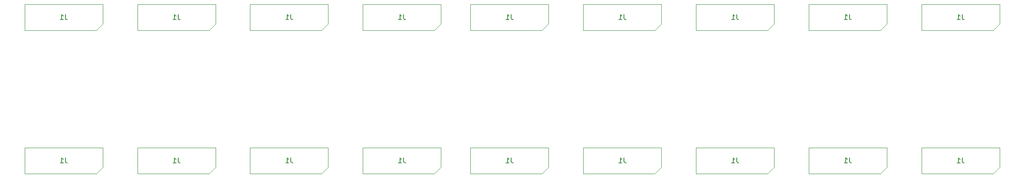
<source format=gbr>
%MOIN*%
%OFA0B0*%
%FSLAX46Y46*%
%IPPOS*%
%LPD*%
%ADD10C,0.0039370078740157488*%
%ADD11C,0.005905511811023622*%
%ADD22C,0.0039370078740157488*%
%ADD23C,0.0039370078740157488*%
%ADD24C,0.005905511811023622*%
%ADD25C,0.0039370078740157488*%
%ADD26C,0.0039370078740157488*%
%ADD27C,0.005905511811023622*%
%ADD28C,0.0039370078740157488*%
%ADD29C,0.0039370078740157488*%
%ADD30C,0.005905511811023622*%
%ADD31C,0.0039370078740157488*%
%ADD32C,0.0039370078740157488*%
%ADD33C,0.005905511811023622*%
%ADD34C,0.0039370078740157488*%
%ADD35C,0.0039370078740157488*%
%ADD36C,0.005905511811023622*%
%ADD37C,0.0039370078740157488*%
%ADD38C,0.0039370078740157488*%
%ADD39C,0.005905511811023622*%
%ADD40C,0.0039370078740157488*%
%ADD41C,0.0039370078740157488*%
%ADD42C,0.005905511811023622*%
%ADD43C,0.0039370078740157488*%
%ADD44C,0.0039370078740157488*%
%ADD45C,0.005905511811023622*%
%ADD46C,0.0039370078740157488*%
%ADD47C,0.0039370078740157488*%
%ADD48C,0.005905511811023622*%
%ADD49C,0.0039370078740157488*%
%ADD50C,0.0039370078740157488*%
%ADD51C,0.005905511811023622*%
%ADD52C,0.0039370078740157488*%
%ADD53C,0.0039370078740157488*%
%ADD54C,0.005905511811023622*%
%ADD55C,0.0039370078740157488*%
%ADD56C,0.0039370078740157488*%
%ADD57C,0.005905511811023622*%
%ADD58C,0.0039370078740157488*%
%ADD59C,0.0039370078740157488*%
%ADD60C,0.005905511811023622*%
%ADD61C,0.0039370078740157488*%
%ADD62C,0.0039370078740157488*%
%ADD63C,0.005905511811023622*%
%ADD64C,0.0039370078740157488*%
%ADD65C,0.0039370078740157488*%
%ADD66C,0.005905511811023622*%
%ADD67C,0.0039370078740157488*%
%ADD68C,0.0039370078740157488*%
%ADD69C,0.005905511811023622*%
%ADD70C,0.0039370078740157488*%
%ADD71C,0.0039370078740157488*%
%ADD72C,0.005905511811023622*%
%ADD73C,0.0039370078740157488*%
G01G01*
D10*
X0000764881Y0011343543D02*
X0000764881Y0011493543D01*
X0000764881Y0011493543D02*
X0000164881Y0011493543D01*
X0000164881Y0011493543D02*
X0000164881Y0011293543D01*
X0000164881Y0011293543D02*
X0000714881Y0011293543D01*
X0000714881Y0011293543D02*
X0000764881Y0011343543D01*
D11*
X0000478005Y0011415103D02*
X0000478005Y0011386981D01*
X0000479880Y0011381357D01*
X0000483629Y0011377607D01*
X0000489253Y0011375733D01*
X0000493003Y0011375733D01*
X0000438635Y0011375733D02*
X0000461132Y0011375733D01*
X0000449883Y0011375733D02*
X0000449883Y0011415103D01*
X0000453633Y0011409478D01*
X0000457382Y0011405729D01*
X0000461132Y0011403854D01*
G04 next file*
G04 Gerber Fmt 4.6, Leading zero omitted, Abs format (unit mm)*
G04 Created by KiCad (PCBNEW 4.0.7) date 10/04/17 14:34:26*
G01G01*
G04 APERTURE LIST*
G04 APERTURE END LIST*
D22*
G04 next file*
G04 Gerber Fmt 4.6, Leading zero omitted, Abs format (unit mm)*
G04 Created by KiCad (PCBNEW 4.0.7) date 10/04/17 14:34:26*
G01G01*
G04 APERTURE LIST*
G04 APERTURE END LIST*
D23*
X0001631023Y0011343543D02*
X0001631023Y0011493543D01*
X0001631023Y0011493543D02*
X0001031023Y0011493543D01*
X0001031023Y0011493543D02*
X0001031023Y0011293543D01*
X0001031023Y0011293543D02*
X0001581023Y0011293543D01*
X0001581023Y0011293543D02*
X0001631023Y0011343543D01*
D24*
X0001344146Y0011415103D02*
X0001344146Y0011386981D01*
X0001346021Y0011381357D01*
X0001349771Y0011377607D01*
X0001355395Y0011375733D01*
X0001359145Y0011375733D01*
X0001304776Y0011375733D02*
X0001327274Y0011375733D01*
X0001316025Y0011375733D02*
X0001316025Y0011415103D01*
X0001319775Y0011409478D01*
X0001323524Y0011405729D01*
X0001327274Y0011403854D01*
G04 next file*
G04 Gerber Fmt 4.6, Leading zero omitted, Abs format (unit mm)*
G04 Created by KiCad (PCBNEW 4.0.7) date 10/04/17 14:34:26*
G01G01*
G04 APERTURE LIST*
G04 APERTURE END LIST*
D25*
G04 next file*
G04 Gerber Fmt 4.6, Leading zero omitted, Abs format (unit mm)*
G04 Created by KiCad (PCBNEW 4.0.7) date 10/04/17 14:34:26*
G01G01*
G04 APERTURE LIST*
G04 APERTURE END LIST*
D26*
X0002497165Y0011343543D02*
X0002497165Y0011493543D01*
X0002497165Y0011493543D02*
X0001897165Y0011493543D01*
X0001897165Y0011493543D02*
X0001897165Y0011293543D01*
X0001897165Y0011293543D02*
X0002447165Y0011293543D01*
X0002447165Y0011293543D02*
X0002497165Y0011343543D01*
D27*
X0002210288Y0011415103D02*
X0002210288Y0011386981D01*
X0002212163Y0011381357D01*
X0002215913Y0011377607D01*
X0002221537Y0011375733D01*
X0002225286Y0011375733D01*
X0002170918Y0011375733D02*
X0002193415Y0011375733D01*
X0002182167Y0011375733D02*
X0002182167Y0011415103D01*
X0002185916Y0011409478D01*
X0002189666Y0011405729D01*
X0002193415Y0011403854D01*
G04 next file*
G04 Gerber Fmt 4.6, Leading zero omitted, Abs format (unit mm)*
G04 Created by KiCad (PCBNEW 4.0.7) date 10/04/17 14:34:26*
G01G01*
G04 APERTURE LIST*
G04 APERTURE END LIST*
D28*
G04 next file*
G04 Gerber Fmt 4.6, Leading zero omitted, Abs format (unit mm)*
G04 Created by KiCad (PCBNEW 4.0.7) date 10/04/17 14:34:26*
G01G01*
G04 APERTURE LIST*
G04 APERTURE END LIST*
D29*
X0003363307Y0011343543D02*
X0003363307Y0011493543D01*
X0003363307Y0011493543D02*
X0002763307Y0011493543D01*
X0002763307Y0011493543D02*
X0002763307Y0011293543D01*
X0002763307Y0011293543D02*
X0003313307Y0011293543D01*
X0003313307Y0011293543D02*
X0003363307Y0011343543D01*
D30*
X0003076430Y0011415103D02*
X0003076430Y0011386981D01*
X0003078305Y0011381357D01*
X0003082054Y0011377607D01*
X0003087679Y0011375733D01*
X0003091428Y0011375733D01*
X0003037060Y0011375733D02*
X0003059557Y0011375733D01*
X0003048308Y0011375733D02*
X0003048308Y0011415103D01*
X0003052058Y0011409478D01*
X0003055808Y0011405729D01*
X0003059557Y0011403854D01*
G04 next file*
G04 Gerber Fmt 4.6, Leading zero omitted, Abs format (unit mm)*
G04 Created by KiCad (PCBNEW 4.0.7) date 10/04/17 14:34:26*
G01G01*
G04 APERTURE LIST*
G04 APERTURE END LIST*
D31*
G04 next file*
G04 Gerber Fmt 4.6, Leading zero omitted, Abs format (unit mm)*
G04 Created by KiCad (PCBNEW 4.0.7) date 10/04/17 14:34:26*
G01G01*
G04 APERTURE LIST*
G04 APERTURE END LIST*
D32*
X0004190078Y0011343543D02*
X0004190078Y0011493543D01*
X0004190078Y0011493543D02*
X0003590078Y0011493543D01*
X0003590078Y0011493543D02*
X0003590078Y0011293543D01*
X0003590078Y0011293543D02*
X0004140078Y0011293543D01*
X0004140078Y0011293543D02*
X0004190078Y0011343543D01*
D33*
X0003903202Y0011415103D02*
X0003903202Y0011386981D01*
X0003905076Y0011381357D01*
X0003908826Y0011377607D01*
X0003914450Y0011375733D01*
X0003918200Y0011375733D01*
X0003863832Y0011375733D02*
X0003886329Y0011375733D01*
X0003875080Y0011375733D02*
X0003875080Y0011415103D01*
X0003878830Y0011409478D01*
X0003882579Y0011405729D01*
X0003886329Y0011403854D01*
G04 next file*
G04 Gerber Fmt 4.6, Leading zero omitted, Abs format (unit mm)*
G04 Created by KiCad (PCBNEW 4.0.7) date 10/04/17 14:34:26*
G01G01*
G04 APERTURE LIST*
G04 APERTURE END LIST*
D34*
G04 next file*
G04 Gerber Fmt 4.6, Leading zero omitted, Abs format (unit mm)*
G04 Created by KiCad (PCBNEW 4.0.7) date 10/04/17 14:34:26*
G01G01*
G04 APERTURE LIST*
G04 APERTURE END LIST*
D35*
X0005056220Y0011343543D02*
X0005056220Y0011493543D01*
X0005056220Y0011493543D02*
X0004456220Y0011493543D01*
X0004456220Y0011493543D02*
X0004456220Y0011293543D01*
X0004456220Y0011293543D02*
X0005006220Y0011293543D01*
X0005006220Y0011293543D02*
X0005056220Y0011343543D01*
D36*
X0004769343Y0011415103D02*
X0004769343Y0011386981D01*
X0004771218Y0011381357D01*
X0004774968Y0011377607D01*
X0004780592Y0011375733D01*
X0004784341Y0011375733D01*
X0004729973Y0011375733D02*
X0004752470Y0011375733D01*
X0004741222Y0011375733D02*
X0004741222Y0011415103D01*
X0004744971Y0011409478D01*
X0004748721Y0011405729D01*
X0004752470Y0011403854D01*
G04 next file*
G04 Gerber Fmt 4.6, Leading zero omitted, Abs format (unit mm)*
G04 Created by KiCad (PCBNEW 4.0.7) date 10/04/17 14:34:26*
G01G01*
G04 APERTURE LIST*
G04 APERTURE END LIST*
D37*
G04 next file*
G04 Gerber Fmt 4.6, Leading zero omitted, Abs format (unit mm)*
G04 Created by KiCad (PCBNEW 4.0.7) date 10/04/17 14:34:26*
G01G01*
G04 APERTURE LIST*
G04 APERTURE END LIST*
D38*
X0005922362Y0011343543D02*
X0005922362Y0011493543D01*
X0005922362Y0011493543D02*
X0005322362Y0011493543D01*
X0005322362Y0011493543D02*
X0005322362Y0011293543D01*
X0005322362Y0011293543D02*
X0005872362Y0011293543D01*
X0005872362Y0011293543D02*
X0005922362Y0011343543D01*
D39*
X0005635485Y0011415103D02*
X0005635485Y0011386981D01*
X0005637360Y0011381357D01*
X0005641109Y0011377607D01*
X0005646734Y0011375733D01*
X0005650483Y0011375733D01*
X0005596115Y0011375733D02*
X0005618612Y0011375733D01*
X0005607364Y0011375733D02*
X0005607364Y0011415103D01*
X0005611113Y0011409478D01*
X0005614863Y0011405729D01*
X0005618612Y0011403854D01*
G04 next file*
G04 Gerber Fmt 4.6, Leading zero omitted, Abs format (unit mm)*
G04 Created by KiCad (PCBNEW 4.0.7) date 10/04/17 14:34:26*
G01G01*
G04 APERTURE LIST*
G04 APERTURE END LIST*
D40*
G04 next file*
G04 Gerber Fmt 4.6, Leading zero omitted, Abs format (unit mm)*
G04 Created by KiCad (PCBNEW 4.0.7) date 10/04/17 14:34:26*
G01G01*
G04 APERTURE LIST*
G04 APERTURE END LIST*
D41*
X0006788503Y0011343543D02*
X0006788503Y0011493543D01*
X0006788503Y0011493543D02*
X0006188503Y0011493543D01*
X0006188503Y0011493543D02*
X0006188503Y0011293543D01*
X0006188503Y0011293543D02*
X0006738503Y0011293543D01*
X0006738503Y0011293543D02*
X0006788503Y0011343543D01*
D42*
X0006501627Y0011415103D02*
X0006501627Y0011386981D01*
X0006503502Y0011381357D01*
X0006507251Y0011377607D01*
X0006512875Y0011375733D01*
X0006516625Y0011375733D01*
X0006462257Y0011375733D02*
X0006484754Y0011375733D01*
X0006473505Y0011375733D02*
X0006473505Y0011415103D01*
X0006477255Y0011409478D01*
X0006481004Y0011405729D01*
X0006484754Y0011403854D01*
G04 next file*
G04 Gerber Fmt 4.6, Leading zero omitted, Abs format (unit mm)*
G04 Created by KiCad (PCBNEW 4.0.7) date 10/04/17 14:34:26*
G01G01*
G04 APERTURE LIST*
G04 APERTURE END LIST*
D43*
G04 next file*
G04 Gerber Fmt 4.6, Leading zero omitted, Abs format (unit mm)*
G04 Created by KiCad (PCBNEW 4.0.7) date 10/04/17 14:34:26*
G01G01*
G04 APERTURE LIST*
G04 APERTURE END LIST*
D44*
X0007654645Y0011343543D02*
X0007654645Y0011493543D01*
X0007654645Y0011493543D02*
X0007054645Y0011493543D01*
X0007054645Y0011493543D02*
X0007054645Y0011293543D01*
X0007054645Y0011293543D02*
X0007604645Y0011293543D01*
X0007604645Y0011293543D02*
X0007654645Y0011343543D01*
D45*
X0007367769Y0011415103D02*
X0007367769Y0011386981D01*
X0007369643Y0011381357D01*
X0007373393Y0011377607D01*
X0007379017Y0011375733D01*
X0007382767Y0011375733D01*
X0007328398Y0011375733D02*
X0007350896Y0011375733D01*
X0007339647Y0011375733D02*
X0007339647Y0011415103D01*
X0007343397Y0011409478D01*
X0007347146Y0011405729D01*
X0007350896Y0011403854D01*
G04 next file*
G04 Gerber Fmt 4.6, Leading zero omitted, Abs format (unit mm)*
G04 Created by KiCad (PCBNEW 4.0.7) date 10/04/17 14:34:26*
G01G01*
G04 APERTURE LIST*
G04 APERTURE END LIST*
D46*
G04 next file*
G04 Gerber Fmt 4.6, Leading zero omitted, Abs format (unit mm)*
G04 Created by KiCad (PCBNEW 4.0.7) date 10/04/17 14:34:26*
G01G01*
G04 APERTURE LIST*
G04 APERTURE END LIST*
D47*
X0000764881Y0010241181D02*
X0000764881Y0010391181D01*
X0000764881Y0010391181D02*
X0000164881Y0010391181D01*
X0000164881Y0010391181D02*
X0000164881Y0010191181D01*
X0000164881Y0010191181D02*
X0000714881Y0010191181D01*
X0000714881Y0010191181D02*
X0000764881Y0010241181D01*
D48*
X0000478005Y0010312740D02*
X0000478005Y0010284619D01*
X0000479880Y0010278995D01*
X0000483629Y0010275245D01*
X0000489253Y0010273370D01*
X0000493003Y0010273370D01*
X0000438635Y0010273370D02*
X0000461132Y0010273370D01*
X0000449883Y0010273370D02*
X0000449883Y0010312740D01*
X0000453633Y0010307116D01*
X0000457382Y0010303367D01*
X0000461132Y0010301492D01*
G04 next file*
G04 Gerber Fmt 4.6, Leading zero omitted, Abs format (unit mm)*
G04 Created by KiCad (PCBNEW 4.0.7) date 10/04/17 14:34:26*
G01G01*
G04 APERTURE LIST*
G04 APERTURE END LIST*
D49*
G04 next file*
G04 Gerber Fmt 4.6, Leading zero omitted, Abs format (unit mm)*
G04 Created by KiCad (PCBNEW 4.0.7) date 10/04/17 14:34:26*
G01G01*
G04 APERTURE LIST*
G04 APERTURE END LIST*
D50*
X0001631023Y0010241181D02*
X0001631023Y0010391181D01*
X0001631023Y0010391181D02*
X0001031023Y0010391181D01*
X0001031023Y0010391181D02*
X0001031023Y0010191181D01*
X0001031023Y0010191181D02*
X0001581023Y0010191181D01*
X0001581023Y0010191181D02*
X0001631023Y0010241181D01*
D51*
X0001344146Y0010312740D02*
X0001344146Y0010284619D01*
X0001346021Y0010278995D01*
X0001349771Y0010275245D01*
X0001355395Y0010273370D01*
X0001359145Y0010273370D01*
X0001304776Y0010273370D02*
X0001327274Y0010273370D01*
X0001316025Y0010273370D02*
X0001316025Y0010312740D01*
X0001319775Y0010307116D01*
X0001323524Y0010303367D01*
X0001327274Y0010301492D01*
G04 next file*
G04 Gerber Fmt 4.6, Leading zero omitted, Abs format (unit mm)*
G04 Created by KiCad (PCBNEW 4.0.7) date 10/04/17 14:34:26*
G01G01*
G04 APERTURE LIST*
G04 APERTURE END LIST*
D52*
G04 next file*
G04 Gerber Fmt 4.6, Leading zero omitted, Abs format (unit mm)*
G04 Created by KiCad (PCBNEW 4.0.7) date 10/04/17 14:34:26*
G01G01*
G04 APERTURE LIST*
G04 APERTURE END LIST*
D53*
X0002497165Y0010241181D02*
X0002497165Y0010391181D01*
X0002497165Y0010391181D02*
X0001897165Y0010391181D01*
X0001897165Y0010391181D02*
X0001897165Y0010191181D01*
X0001897165Y0010191181D02*
X0002447165Y0010191181D01*
X0002447165Y0010191181D02*
X0002497165Y0010241181D01*
D54*
X0002210288Y0010312740D02*
X0002210288Y0010284619D01*
X0002212163Y0010278995D01*
X0002215913Y0010275245D01*
X0002221537Y0010273370D01*
X0002225286Y0010273370D01*
X0002170918Y0010273370D02*
X0002193415Y0010273370D01*
X0002182167Y0010273370D02*
X0002182167Y0010312740D01*
X0002185916Y0010307116D01*
X0002189666Y0010303367D01*
X0002193415Y0010301492D01*
G04 next file*
G04 Gerber Fmt 4.6, Leading zero omitted, Abs format (unit mm)*
G04 Created by KiCad (PCBNEW 4.0.7) date 10/04/17 14:34:26*
G01G01*
G04 APERTURE LIST*
G04 APERTURE END LIST*
D55*
G04 next file*
G04 Gerber Fmt 4.6, Leading zero omitted, Abs format (unit mm)*
G04 Created by KiCad (PCBNEW 4.0.7) date 10/04/17 14:34:26*
G01G01*
G04 APERTURE LIST*
G04 APERTURE END LIST*
D56*
X0003363307Y0010241181D02*
X0003363307Y0010391181D01*
X0003363307Y0010391181D02*
X0002763307Y0010391181D01*
X0002763307Y0010391181D02*
X0002763307Y0010191181D01*
X0002763307Y0010191181D02*
X0003313307Y0010191181D01*
X0003313307Y0010191181D02*
X0003363307Y0010241181D01*
D57*
X0003076430Y0010312740D02*
X0003076430Y0010284619D01*
X0003078305Y0010278995D01*
X0003082054Y0010275245D01*
X0003087679Y0010273370D01*
X0003091428Y0010273370D01*
X0003037060Y0010273370D02*
X0003059557Y0010273370D01*
X0003048308Y0010273370D02*
X0003048308Y0010312740D01*
X0003052058Y0010307116D01*
X0003055808Y0010303367D01*
X0003059557Y0010301492D01*
G04 next file*
G04 Gerber Fmt 4.6, Leading zero omitted, Abs format (unit mm)*
G04 Created by KiCad (PCBNEW 4.0.7) date 10/04/17 14:34:26*
G01G01*
G04 APERTURE LIST*
G04 APERTURE END LIST*
D58*
G04 next file*
G04 Gerber Fmt 4.6, Leading zero omitted, Abs format (unit mm)*
G04 Created by KiCad (PCBNEW 4.0.7) date 10/04/17 14:34:26*
G01G01*
G04 APERTURE LIST*
G04 APERTURE END LIST*
D59*
X0004190078Y0010241181D02*
X0004190078Y0010391181D01*
X0004190078Y0010391181D02*
X0003590078Y0010391181D01*
X0003590078Y0010391181D02*
X0003590078Y0010191181D01*
X0003590078Y0010191181D02*
X0004140078Y0010191181D01*
X0004140078Y0010191181D02*
X0004190078Y0010241181D01*
D60*
X0003903202Y0010312740D02*
X0003903202Y0010284619D01*
X0003905076Y0010278995D01*
X0003908826Y0010275245D01*
X0003914450Y0010273370D01*
X0003918200Y0010273370D01*
X0003863832Y0010273370D02*
X0003886329Y0010273370D01*
X0003875080Y0010273370D02*
X0003875080Y0010312740D01*
X0003878830Y0010307116D01*
X0003882579Y0010303367D01*
X0003886329Y0010301492D01*
G04 next file*
G04 Gerber Fmt 4.6, Leading zero omitted, Abs format (unit mm)*
G04 Created by KiCad (PCBNEW 4.0.7) date 10/04/17 14:34:26*
G01G01*
G04 APERTURE LIST*
G04 APERTURE END LIST*
D61*
G04 next file*
G04 Gerber Fmt 4.6, Leading zero omitted, Abs format (unit mm)*
G04 Created by KiCad (PCBNEW 4.0.7) date 10/04/17 14:34:26*
G01G01*
G04 APERTURE LIST*
G04 APERTURE END LIST*
D62*
X0005056220Y0010241181D02*
X0005056220Y0010391181D01*
X0005056220Y0010391181D02*
X0004456220Y0010391181D01*
X0004456220Y0010391181D02*
X0004456220Y0010191181D01*
X0004456220Y0010191181D02*
X0005006220Y0010191181D01*
X0005006220Y0010191181D02*
X0005056220Y0010241181D01*
D63*
X0004769343Y0010312740D02*
X0004769343Y0010284619D01*
X0004771218Y0010278995D01*
X0004774968Y0010275245D01*
X0004780592Y0010273370D01*
X0004784341Y0010273370D01*
X0004729973Y0010273370D02*
X0004752470Y0010273370D01*
X0004741222Y0010273370D02*
X0004741222Y0010312740D01*
X0004744971Y0010307116D01*
X0004748721Y0010303367D01*
X0004752470Y0010301492D01*
G04 next file*
G04 Gerber Fmt 4.6, Leading zero omitted, Abs format (unit mm)*
G04 Created by KiCad (PCBNEW 4.0.7) date 10/04/17 14:34:26*
G01G01*
G04 APERTURE LIST*
G04 APERTURE END LIST*
D64*
G04 next file*
G04 Gerber Fmt 4.6, Leading zero omitted, Abs format (unit mm)*
G04 Created by KiCad (PCBNEW 4.0.7) date 10/04/17 14:34:26*
G01G01*
G04 APERTURE LIST*
G04 APERTURE END LIST*
D65*
X0005922362Y0010241181D02*
X0005922362Y0010391181D01*
X0005922362Y0010391181D02*
X0005322362Y0010391181D01*
X0005322362Y0010391181D02*
X0005322362Y0010191181D01*
X0005322362Y0010191181D02*
X0005872362Y0010191181D01*
X0005872362Y0010191181D02*
X0005922362Y0010241181D01*
D66*
X0005635485Y0010312740D02*
X0005635485Y0010284619D01*
X0005637360Y0010278995D01*
X0005641109Y0010275245D01*
X0005646734Y0010273370D01*
X0005650483Y0010273370D01*
X0005596115Y0010273370D02*
X0005618612Y0010273370D01*
X0005607364Y0010273370D02*
X0005607364Y0010312740D01*
X0005611113Y0010307116D01*
X0005614863Y0010303367D01*
X0005618612Y0010301492D01*
G04 next file*
G04 Gerber Fmt 4.6, Leading zero omitted, Abs format (unit mm)*
G04 Created by KiCad (PCBNEW 4.0.7) date 10/04/17 14:34:26*
G01G01*
G04 APERTURE LIST*
G04 APERTURE END LIST*
D67*
G04 next file*
G04 Gerber Fmt 4.6, Leading zero omitted, Abs format (unit mm)*
G04 Created by KiCad (PCBNEW 4.0.7) date 10/04/17 14:34:26*
G01G01*
G04 APERTURE LIST*
G04 APERTURE END LIST*
D68*
X0006788503Y0010241181D02*
X0006788503Y0010391181D01*
X0006788503Y0010391181D02*
X0006188503Y0010391181D01*
X0006188503Y0010391181D02*
X0006188503Y0010191181D01*
X0006188503Y0010191181D02*
X0006738503Y0010191181D01*
X0006738503Y0010191181D02*
X0006788503Y0010241181D01*
D69*
X0006501627Y0010312740D02*
X0006501627Y0010284619D01*
X0006503502Y0010278995D01*
X0006507251Y0010275245D01*
X0006512875Y0010273370D01*
X0006516625Y0010273370D01*
X0006462257Y0010273370D02*
X0006484754Y0010273370D01*
X0006473505Y0010273370D02*
X0006473505Y0010312740D01*
X0006477255Y0010307116D01*
X0006481004Y0010303367D01*
X0006484754Y0010301492D01*
G04 next file*
G04 Gerber Fmt 4.6, Leading zero omitted, Abs format (unit mm)*
G04 Created by KiCad (PCBNEW 4.0.7) date 10/04/17 14:34:26*
G01G01*
G04 APERTURE LIST*
G04 APERTURE END LIST*
D70*
G04 next file*
G04 Gerber Fmt 4.6, Leading zero omitted, Abs format (unit mm)*
G04 Created by KiCad (PCBNEW 4.0.7) date 10/04/17 14:34:26*
G01G01*
G04 APERTURE LIST*
G04 APERTURE END LIST*
D71*
X0007654645Y0010241181D02*
X0007654645Y0010391181D01*
X0007654645Y0010391181D02*
X0007054645Y0010391181D01*
X0007054645Y0010391181D02*
X0007054645Y0010191181D01*
X0007054645Y0010191181D02*
X0007604645Y0010191181D01*
X0007604645Y0010191181D02*
X0007654645Y0010241181D01*
D72*
X0007367769Y0010312740D02*
X0007367769Y0010284619D01*
X0007369643Y0010278995D01*
X0007373393Y0010275245D01*
X0007379017Y0010273370D01*
X0007382767Y0010273370D01*
X0007328398Y0010273370D02*
X0007350896Y0010273370D01*
X0007339647Y0010273370D02*
X0007339647Y0010312740D01*
X0007343397Y0010307116D01*
X0007347146Y0010303367D01*
X0007350896Y0010301492D01*
G04 next file*
G04 Gerber Fmt 4.6, Leading zero omitted, Abs format (unit mm)*
G04 Created by KiCad (PCBNEW 4.0.7) date 10/04/17 14:34:26*
G01G01*
G04 APERTURE LIST*
G04 APERTURE END LIST*
D73*
M02*
</source>
